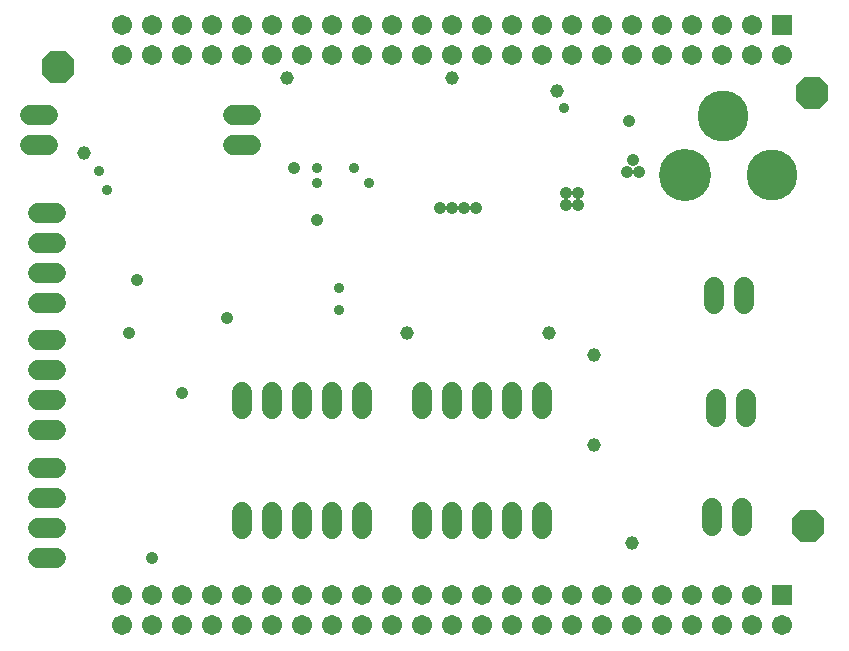
<source format=gbs>
G75*
%MOIN*%
%OFA0B0*%
%FSLAX25Y25*%
%IPPOS*%
%LPD*%
%AMOC8*
5,1,8,0,0,1.08239X$1,22.5*
%
%ADD10R,0.06706X0.06706*%
%ADD11C,0.06706*%
%ADD12C,0.17398*%
%ADD13C,0.17000*%
%ADD14C,0.06706*%
%ADD15OC8,0.10850*%
%ADD16C,0.04169*%
%ADD17C,0.03500*%
%ADD18C,0.04562*%
D10*
X0267000Y0022500D03*
X0267000Y0212500D03*
D11*
X0047000Y0012500D03*
X0057000Y0012500D03*
X0067000Y0012500D03*
X0077000Y0012500D03*
X0087000Y0012500D03*
X0097000Y0012500D03*
X0107000Y0012500D03*
X0117000Y0012500D03*
X0127000Y0012500D03*
X0137000Y0012500D03*
X0147000Y0012500D03*
X0157000Y0012500D03*
X0167000Y0012500D03*
X0177000Y0012500D03*
X0187000Y0012500D03*
X0197000Y0012500D03*
X0207000Y0012500D03*
X0217000Y0012500D03*
X0227000Y0012500D03*
X0237000Y0012500D03*
X0247000Y0012500D03*
X0257000Y0012500D03*
X0267000Y0012500D03*
X0257000Y0022500D03*
X0247000Y0022500D03*
X0237000Y0022500D03*
X0227000Y0022500D03*
X0217000Y0022500D03*
X0207000Y0022500D03*
X0197000Y0022500D03*
X0187000Y0022500D03*
X0177000Y0022500D03*
X0167000Y0022500D03*
X0157000Y0022500D03*
X0147000Y0022500D03*
X0137000Y0022500D03*
X0127000Y0022500D03*
X0117000Y0022500D03*
X0107000Y0022500D03*
X0097000Y0022500D03*
X0087000Y0022500D03*
X0077000Y0022500D03*
X0067000Y0022500D03*
X0057000Y0022500D03*
X0047000Y0022500D03*
X0047000Y0202500D03*
X0057000Y0202500D03*
X0067000Y0202500D03*
X0077000Y0202500D03*
X0087000Y0202500D03*
X0097000Y0202500D03*
X0107000Y0202500D03*
X0117000Y0202500D03*
X0127000Y0202500D03*
X0137000Y0202500D03*
X0147000Y0202500D03*
X0157000Y0202500D03*
X0167000Y0202500D03*
X0177000Y0202500D03*
X0187000Y0202500D03*
X0197000Y0202500D03*
X0207000Y0202500D03*
X0217000Y0202500D03*
X0227000Y0202500D03*
X0237000Y0202500D03*
X0247000Y0202500D03*
X0257000Y0202500D03*
X0267000Y0202500D03*
X0257000Y0212500D03*
X0247000Y0212500D03*
X0237000Y0212500D03*
X0227000Y0212500D03*
X0217000Y0212500D03*
X0207000Y0212500D03*
X0197000Y0212500D03*
X0187000Y0212500D03*
X0177000Y0212500D03*
X0167000Y0212500D03*
X0157000Y0212500D03*
X0147000Y0212500D03*
X0137000Y0212500D03*
X0127000Y0212500D03*
X0117000Y0212500D03*
X0107000Y0212500D03*
X0097000Y0212500D03*
X0087000Y0212500D03*
X0077000Y0212500D03*
X0067000Y0212500D03*
X0057000Y0212500D03*
X0047000Y0212500D03*
D12*
X0234863Y0162500D03*
D13*
X0263685Y0162600D03*
X0247374Y0182309D03*
D14*
X0244500Y0125453D02*
X0244500Y0119547D01*
X0254500Y0119547D02*
X0254500Y0125453D01*
X0255000Y0087896D02*
X0255000Y0081990D01*
X0245000Y0081990D02*
X0245000Y0087896D01*
X0243825Y0051603D02*
X0243825Y0045697D01*
X0253825Y0045697D02*
X0253825Y0051603D01*
X0187000Y0050453D02*
X0187000Y0044547D01*
X0177000Y0044547D02*
X0177000Y0050453D01*
X0167000Y0050453D02*
X0167000Y0044547D01*
X0157000Y0044547D02*
X0157000Y0050453D01*
X0147000Y0050453D02*
X0147000Y0044547D01*
X0127000Y0044547D02*
X0127000Y0050453D01*
X0117000Y0050453D02*
X0117000Y0044547D01*
X0107000Y0044547D02*
X0107000Y0050453D01*
X0097000Y0050453D02*
X0097000Y0044547D01*
X0087000Y0044547D02*
X0087000Y0050453D01*
X0087000Y0084547D02*
X0087000Y0090453D01*
X0097000Y0090453D02*
X0097000Y0084547D01*
X0107000Y0084547D02*
X0107000Y0090453D01*
X0117000Y0090453D02*
X0117000Y0084547D01*
X0127000Y0084547D02*
X0127000Y0090453D01*
X0147000Y0090453D02*
X0147000Y0084547D01*
X0157000Y0084547D02*
X0157000Y0090453D01*
X0167000Y0090453D02*
X0167000Y0084547D01*
X0177000Y0084547D02*
X0177000Y0090453D01*
X0187000Y0090453D02*
X0187000Y0084547D01*
X0089953Y0172500D02*
X0084047Y0172500D01*
X0084047Y0182500D02*
X0089953Y0182500D01*
X0024953Y0150000D02*
X0019047Y0150000D01*
X0019047Y0140000D02*
X0024953Y0140000D01*
X0024953Y0130000D02*
X0019047Y0130000D01*
X0019047Y0120000D02*
X0024953Y0120000D01*
X0024953Y0107500D02*
X0019047Y0107500D01*
X0019047Y0097500D02*
X0024953Y0097500D01*
X0024953Y0087500D02*
X0019047Y0087500D01*
X0019047Y0077500D02*
X0024953Y0077500D01*
X0024953Y0065000D02*
X0019047Y0065000D01*
X0019047Y0055000D02*
X0024953Y0055000D01*
X0024953Y0045000D02*
X0019047Y0045000D01*
X0019047Y0035000D02*
X0024953Y0035000D01*
X0022453Y0172500D02*
X0016547Y0172500D01*
X0016547Y0182500D02*
X0022453Y0182500D01*
D15*
X0025743Y0198508D03*
X0277000Y0190000D03*
X0275806Y0045648D03*
D16*
X0112000Y0147500D03*
X0104500Y0165000D03*
X0153000Y0151500D03*
X0157000Y0151500D03*
X0161000Y0151500D03*
X0165000Y0151500D03*
X0195000Y0152500D03*
X0199000Y0152500D03*
X0199000Y0156500D03*
X0195000Y0156500D03*
X0215500Y0163500D03*
X0219500Y0163500D03*
X0217500Y0167500D03*
X0216000Y0180500D03*
X0082000Y0115000D03*
X0052000Y0127500D03*
X0049500Y0110000D03*
X0067000Y0090000D03*
X0057000Y0035000D03*
D17*
X0119500Y0117500D03*
X0119500Y0125000D03*
X0112000Y0160000D03*
X0112000Y0165000D03*
X0124500Y0165000D03*
X0129500Y0160000D03*
X0194500Y0185000D03*
X0042000Y0157500D03*
X0039500Y0163850D03*
D18*
X0034500Y0170000D03*
X0102000Y0195000D03*
X0157000Y0195000D03*
X0192000Y0190675D03*
X0189500Y0110000D03*
X0204500Y0102500D03*
X0204500Y0072500D03*
X0217000Y0040000D03*
X0142000Y0110000D03*
M02*

</source>
